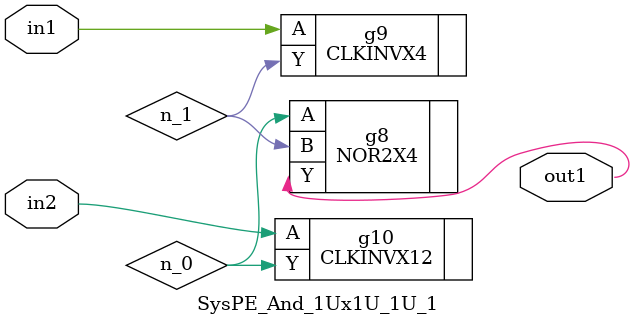
<source format=v>
`timescale 1ps / 1ps


module SysPE_And_1Ux1U_1U_1(in2, in1, out1);
  input in2, in1;
  output out1;
  wire in2, in1;
  wire out1;
  wire n_0, n_1;
  NOR2X4 g8(.A (n_0), .B (n_1), .Y (out1));
  CLKINVX4 g9(.A (in1), .Y (n_1));
  CLKINVX12 g10(.A (in2), .Y (n_0));
endmodule



</source>
